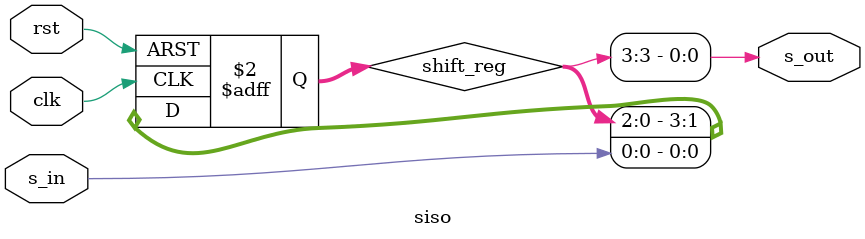
<source format=sv>
module siso (
    input wire clk,
    input wire rst,
    input wire s_in,
    output wire s_out
);

    reg [3:0] shift_reg;

    always @(posedge clk or posedge rst) begin
        if (rst) begin
            shift_reg <= 4'b0000;
        end else begin
            shift_reg <= {shift_reg[2:0], s_in}; 
        end
    end

    assign s_out = shift_reg[3];

endmodule

</source>
